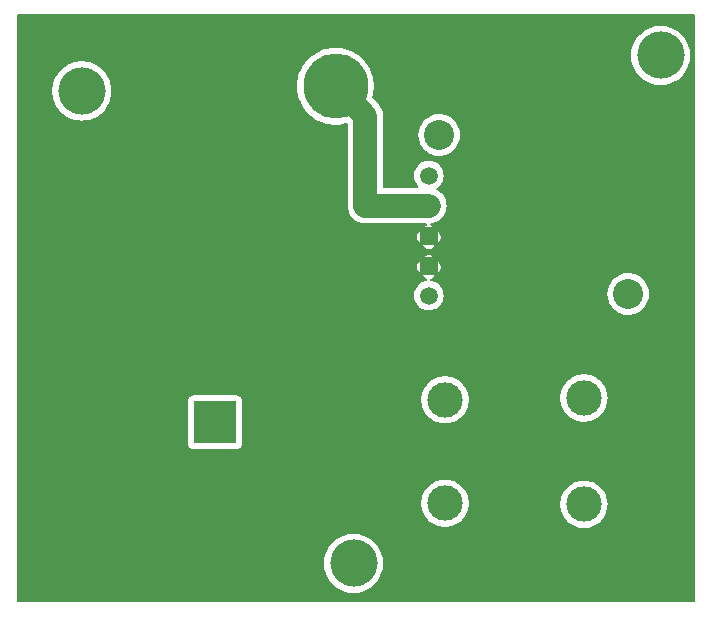
<source format=gbl>
G04 Layer: BottomLayer*
G04 EasyEDA v6.5.5, 2022-06-01 21:54:51*
G04 8c1e14e235494d98a3ccc41632180272,c96cdaf6a0e44fa3bb1e134f2b5c86cb,10*
G04 Gerber Generator version 0.2*
G04 Scale: 100 percent, Rotated: No, Reflected: No *
G04 Dimensions in millimeters *
G04 leading zeros omitted , absolute positions ,4 integer and 5 decimal *
%FSLAX45Y45*%
%MOMM*%

%ADD12C,3.0000*%
%ADD13C,1.4986*%
%ADD14R,1.4986X1.4986*%
%ADD15C,2.5400*%
%ADD16C,5.4991*%
%ADD18C,3.5560*%
%ADD19C,4.0000*%
%ADD20C,2.0000*%

%LPD*%
G36*
X60706Y-5029504D02*
G01*
X56794Y-5028692D01*
X53492Y-5026507D01*
X51308Y-5023205D01*
X50546Y-5019344D01*
X50546Y-60706D01*
X51308Y-56794D01*
X53492Y-53492D01*
X56794Y-51308D01*
X60706Y-50546D01*
X5781344Y-50546D01*
X5785205Y-51308D01*
X5788507Y-53492D01*
X5790692Y-56794D01*
X5791504Y-60706D01*
X5791504Y-5019344D01*
X5790692Y-5023205D01*
X5788507Y-5026507D01*
X5785205Y-5028692D01*
X5781344Y-5029504D01*
G37*

%LPC*%
G36*
X2900019Y-4950510D02*
G01*
X2921812Y-4949545D01*
X2943504Y-4946700D01*
X2964840Y-4941976D01*
X2985668Y-4935423D01*
X3005886Y-4927041D01*
X3025241Y-4916932D01*
X3043682Y-4905197D01*
X3061004Y-4891887D01*
X3077159Y-4877155D01*
X3091891Y-4861001D01*
X3105200Y-4843678D01*
X3116935Y-4825238D01*
X3127044Y-4805883D01*
X3135426Y-4785664D01*
X3141980Y-4764836D01*
X3146704Y-4743500D01*
X3149549Y-4721809D01*
X3150514Y-4700016D01*
X3149549Y-4678172D01*
X3146704Y-4656480D01*
X3141980Y-4635144D01*
X3135426Y-4614316D01*
X3127044Y-4594148D01*
X3116935Y-4574743D01*
X3105200Y-4556302D01*
X3091891Y-4538980D01*
X3077159Y-4522876D01*
X3061004Y-4508093D01*
X3043682Y-4494784D01*
X3025241Y-4483049D01*
X3005886Y-4472940D01*
X2985668Y-4464608D01*
X2964840Y-4458004D01*
X2943504Y-4453280D01*
X2921812Y-4450435D01*
X2900019Y-4449470D01*
X2878175Y-4450435D01*
X2856484Y-4453280D01*
X2835148Y-4458004D01*
X2814320Y-4464608D01*
X2794152Y-4472940D01*
X2774746Y-4483049D01*
X2756306Y-4494784D01*
X2738983Y-4508093D01*
X2722880Y-4522876D01*
X2708097Y-4538980D01*
X2694787Y-4556302D01*
X2683052Y-4574743D01*
X2672943Y-4594148D01*
X2664612Y-4614316D01*
X2658008Y-4635144D01*
X2653284Y-4656480D01*
X2650439Y-4678172D01*
X2649474Y-4700016D01*
X2650439Y-4721809D01*
X2653284Y-4743500D01*
X2658008Y-4764836D01*
X2664612Y-4785664D01*
X2672943Y-4805883D01*
X2683052Y-4825238D01*
X2694787Y-4843678D01*
X2708097Y-4861001D01*
X2722880Y-4877155D01*
X2738983Y-4891887D01*
X2756306Y-4905197D01*
X2774746Y-4916932D01*
X2794152Y-4927041D01*
X2814320Y-4935423D01*
X2835148Y-4941976D01*
X2856484Y-4946700D01*
X2878175Y-4949545D01*
G37*
G36*
X4850079Y-4400499D02*
G01*
X4869738Y-4399534D01*
X4889195Y-4396638D01*
X4908296Y-4391863D01*
X4926787Y-4385208D01*
X4944567Y-4376826D01*
X4961483Y-4366717D01*
X4977282Y-4354982D01*
X4991862Y-4341774D01*
X5005070Y-4327194D01*
X5016804Y-4311396D01*
X5026914Y-4294530D01*
X5035296Y-4276699D01*
X5041950Y-4258208D01*
X5046726Y-4239107D01*
X5049621Y-4219651D01*
X5050586Y-4199991D01*
X5049621Y-4180332D01*
X5046726Y-4160875D01*
X5041950Y-4141774D01*
X5035296Y-4123232D01*
X5026914Y-4105452D01*
X5016804Y-4088587D01*
X5005070Y-4072788D01*
X4991862Y-4058208D01*
X4977282Y-4045000D01*
X4961483Y-4033265D01*
X4944567Y-4023156D01*
X4926787Y-4014724D01*
X4908296Y-4008120D01*
X4889195Y-4003344D01*
X4869738Y-4000449D01*
X4850079Y-3999484D01*
X4830419Y-4000449D01*
X4810963Y-4003344D01*
X4791862Y-4008120D01*
X4773320Y-4014724D01*
X4755540Y-4023156D01*
X4738674Y-4033265D01*
X4722876Y-4045000D01*
X4708296Y-4058208D01*
X4695088Y-4072788D01*
X4683353Y-4088587D01*
X4673244Y-4105452D01*
X4664811Y-4123232D01*
X4658207Y-4141774D01*
X4653432Y-4160875D01*
X4650536Y-4180332D01*
X4649571Y-4199991D01*
X4650536Y-4219651D01*
X4653432Y-4239107D01*
X4658207Y-4258208D01*
X4664811Y-4276699D01*
X4673244Y-4294530D01*
X4683353Y-4311396D01*
X4695088Y-4327194D01*
X4708296Y-4341774D01*
X4722876Y-4354982D01*
X4738674Y-4366717D01*
X4755540Y-4376826D01*
X4773320Y-4385208D01*
X4791862Y-4391863D01*
X4810963Y-4396638D01*
X4830419Y-4399534D01*
G37*
G36*
X3674364Y-4391507D02*
G01*
X3694023Y-4390542D01*
X3713479Y-4387646D01*
X3732580Y-4382871D01*
X3751122Y-4376216D01*
X3768902Y-4367834D01*
X3785768Y-4357725D01*
X3801567Y-4345990D01*
X3816146Y-4332782D01*
X3829354Y-4318203D01*
X3841089Y-4302404D01*
X3851198Y-4285488D01*
X3859631Y-4267708D01*
X3866235Y-4249216D01*
X3871010Y-4230116D01*
X3873906Y-4210659D01*
X3874871Y-4191000D01*
X3873906Y-4171340D01*
X3871010Y-4151884D01*
X3866235Y-4132783D01*
X3859631Y-4114241D01*
X3851198Y-4096461D01*
X3841089Y-4079595D01*
X3829354Y-4063796D01*
X3816146Y-4049217D01*
X3801567Y-4036009D01*
X3785768Y-4024274D01*
X3768902Y-4014165D01*
X3751122Y-4005732D01*
X3732580Y-3999128D01*
X3713479Y-3994353D01*
X3694023Y-3991457D01*
X3674364Y-3990492D01*
X3654704Y-3991457D01*
X3635248Y-3994353D01*
X3616147Y-3999128D01*
X3597656Y-4005732D01*
X3579825Y-4014165D01*
X3562959Y-4024274D01*
X3547160Y-4036009D01*
X3532581Y-4049217D01*
X3519373Y-4063796D01*
X3507638Y-4079595D01*
X3497529Y-4096461D01*
X3489096Y-4114241D01*
X3482492Y-4132783D01*
X3477717Y-4151884D01*
X3474821Y-4171340D01*
X3473856Y-4191000D01*
X3474821Y-4210659D01*
X3477717Y-4230116D01*
X3482492Y-4249216D01*
X3489096Y-4267708D01*
X3497529Y-4285488D01*
X3507638Y-4302404D01*
X3519373Y-4318203D01*
X3532581Y-4332782D01*
X3547160Y-4345990D01*
X3562959Y-4357725D01*
X3579825Y-4367834D01*
X3597656Y-4376216D01*
X3616147Y-4382871D01*
X3635248Y-4387646D01*
X3654704Y-4390542D01*
G37*
G36*
X1549857Y-3733546D02*
G01*
X1904542Y-3733546D01*
X1913788Y-3732733D01*
X1922272Y-3730447D01*
X1930247Y-3726738D01*
X1937461Y-3721658D01*
X1943658Y-3715461D01*
X1948738Y-3708247D01*
X1952447Y-3700272D01*
X1954733Y-3691788D01*
X1955495Y-3682542D01*
X1955495Y-3327857D01*
X1954733Y-3318611D01*
X1952447Y-3310128D01*
X1948738Y-3302152D01*
X1943658Y-3294938D01*
X1937461Y-3288741D01*
X1930247Y-3283661D01*
X1922272Y-3279952D01*
X1913788Y-3277666D01*
X1904542Y-3276904D01*
X1549857Y-3276904D01*
X1540611Y-3277666D01*
X1532128Y-3279952D01*
X1524152Y-3283661D01*
X1516938Y-3288741D01*
X1510741Y-3294938D01*
X1505661Y-3302152D01*
X1501952Y-3310128D01*
X1499666Y-3318611D01*
X1498904Y-3327857D01*
X1498904Y-3682542D01*
X1499666Y-3691788D01*
X1501952Y-3700272D01*
X1505661Y-3708247D01*
X1510741Y-3715461D01*
X1516938Y-3721658D01*
X1524152Y-3726738D01*
X1532128Y-3730447D01*
X1540611Y-3732733D01*
G37*
G36*
X3674364Y-3515207D02*
G01*
X3694023Y-3514242D01*
X3713479Y-3511346D01*
X3732580Y-3506571D01*
X3751122Y-3499916D01*
X3768902Y-3491534D01*
X3785768Y-3481425D01*
X3801567Y-3469690D01*
X3816146Y-3456482D01*
X3829354Y-3441903D01*
X3841089Y-3426104D01*
X3851198Y-3409187D01*
X3859631Y-3391408D01*
X3866235Y-3372916D01*
X3871010Y-3353815D01*
X3873906Y-3334359D01*
X3874871Y-3314700D01*
X3873906Y-3295040D01*
X3871010Y-3275584D01*
X3866235Y-3256483D01*
X3859631Y-3237941D01*
X3851198Y-3220161D01*
X3841089Y-3203295D01*
X3829354Y-3187496D01*
X3816146Y-3172917D01*
X3801567Y-3159709D01*
X3785768Y-3147974D01*
X3768902Y-3137865D01*
X3751122Y-3129432D01*
X3732580Y-3122828D01*
X3713479Y-3118053D01*
X3694023Y-3115157D01*
X3674364Y-3114192D01*
X3654704Y-3115157D01*
X3635248Y-3118053D01*
X3616147Y-3122828D01*
X3597656Y-3129432D01*
X3579825Y-3137865D01*
X3562959Y-3147974D01*
X3547160Y-3159709D01*
X3532581Y-3172917D01*
X3519373Y-3187496D01*
X3507638Y-3203295D01*
X3497529Y-3220161D01*
X3489096Y-3237941D01*
X3482492Y-3256483D01*
X3477717Y-3275584D01*
X3474821Y-3295040D01*
X3473856Y-3314700D01*
X3474821Y-3334359D01*
X3477717Y-3353815D01*
X3482492Y-3372916D01*
X3489096Y-3391408D01*
X3497529Y-3409187D01*
X3507638Y-3426104D01*
X3519373Y-3441903D01*
X3532581Y-3456482D01*
X3547160Y-3469690D01*
X3562959Y-3481425D01*
X3579825Y-3491534D01*
X3597656Y-3499916D01*
X3616147Y-3506571D01*
X3635248Y-3511346D01*
X3654704Y-3514242D01*
G37*
G36*
X4850079Y-3500475D02*
G01*
X4869738Y-3499510D01*
X4889195Y-3496665D01*
X4908296Y-3491839D01*
X4926787Y-3485235D01*
X4944567Y-3476802D01*
X4961483Y-3466693D01*
X4977282Y-3454958D01*
X4991862Y-3441750D01*
X5005070Y-3427171D01*
X5016804Y-3411372D01*
X5026914Y-3394506D01*
X5035296Y-3376726D01*
X5041950Y-3358184D01*
X5046726Y-3339084D01*
X5049621Y-3319627D01*
X5050586Y-3299968D01*
X5049621Y-3280359D01*
X5046726Y-3260852D01*
X5041950Y-3241802D01*
X5035296Y-3223260D01*
X5026914Y-3205480D01*
X5016804Y-3188614D01*
X5005070Y-3172764D01*
X4991862Y-3158185D01*
X4977282Y-3144977D01*
X4961483Y-3133293D01*
X4944567Y-3123133D01*
X4926787Y-3114751D01*
X4908296Y-3108096D01*
X4889195Y-3103321D01*
X4869738Y-3100425D01*
X4850079Y-3099460D01*
X4830419Y-3100425D01*
X4810963Y-3103321D01*
X4791862Y-3108096D01*
X4773320Y-3114751D01*
X4755540Y-3123133D01*
X4738674Y-3133293D01*
X4722876Y-3144977D01*
X4708296Y-3158185D01*
X4695088Y-3172764D01*
X4683353Y-3188614D01*
X4673244Y-3205480D01*
X4664811Y-3223260D01*
X4658207Y-3241802D01*
X4653432Y-3260852D01*
X4650536Y-3280359D01*
X4649571Y-3299968D01*
X4650536Y-3319627D01*
X4653432Y-3339084D01*
X4658207Y-3358184D01*
X4664811Y-3376726D01*
X4673244Y-3394506D01*
X4683353Y-3411372D01*
X4695088Y-3427171D01*
X4708296Y-3441750D01*
X4722876Y-3454958D01*
X4738674Y-3466693D01*
X4755540Y-3476802D01*
X4773320Y-3485235D01*
X4791862Y-3491839D01*
X4810963Y-3496665D01*
X4830419Y-3499510D01*
G37*
G36*
X5230622Y-2596794D02*
G01*
X5248859Y-2595372D01*
X5266842Y-2592120D01*
X5284368Y-2586990D01*
X5301284Y-2580132D01*
X5317439Y-2571546D01*
X5332577Y-2561336D01*
X5346649Y-2549601D01*
X5359400Y-2536545D01*
X5370728Y-2522220D01*
X5380532Y-2506776D01*
X5388711Y-2490419D01*
X5395163Y-2473350D01*
X5399786Y-2455672D01*
X5402630Y-2437587D01*
X5403545Y-2419350D01*
X5402630Y-2401112D01*
X5399786Y-2383028D01*
X5395163Y-2365349D01*
X5388711Y-2348280D01*
X5380532Y-2331923D01*
X5370728Y-2316480D01*
X5359400Y-2302154D01*
X5346649Y-2289098D01*
X5332577Y-2277364D01*
X5317439Y-2267153D01*
X5301284Y-2258568D01*
X5284368Y-2251710D01*
X5266842Y-2246579D01*
X5248859Y-2243328D01*
X5230622Y-2241905D01*
X5212334Y-2242362D01*
X5194249Y-2244699D01*
X5176418Y-2248916D01*
X5159197Y-2254910D01*
X5142636Y-2262682D01*
X5126939Y-2272080D01*
X5112359Y-2283053D01*
X5098948Y-2295448D01*
X5086858Y-2309164D01*
X5076291Y-2324100D01*
X5067249Y-2340000D01*
X5059934Y-2356713D01*
X5054396Y-2374138D01*
X5050637Y-2392019D01*
X5048758Y-2410206D01*
X5048758Y-2428494D01*
X5050637Y-2446680D01*
X5054396Y-2464562D01*
X5059934Y-2481986D01*
X5067249Y-2498699D01*
X5076291Y-2514600D01*
X5086858Y-2529535D01*
X5098948Y-2543251D01*
X5112359Y-2555646D01*
X5126939Y-2566619D01*
X5142636Y-2576017D01*
X5159197Y-2583789D01*
X5176418Y-2589784D01*
X5194249Y-2594000D01*
X5212334Y-2596337D01*
G37*
G36*
X3536950Y-2557475D02*
G01*
X3552088Y-2556560D01*
X3566972Y-2553817D01*
X3581450Y-2549347D01*
X3595217Y-2543098D01*
X3608222Y-2535275D01*
X3620109Y-2525928D01*
X3630828Y-2515209D01*
X3640175Y-2503322D01*
X3647998Y-2490317D01*
X3654247Y-2476550D01*
X3658717Y-2462072D01*
X3661460Y-2447188D01*
X3662375Y-2432050D01*
X3661460Y-2416911D01*
X3658717Y-2402027D01*
X3654247Y-2387549D01*
X3647998Y-2373782D01*
X3640175Y-2360777D01*
X3630828Y-2348890D01*
X3620109Y-2338171D01*
X3608222Y-2328824D01*
X3595217Y-2321001D01*
X3581450Y-2314752D01*
X3566972Y-2310282D01*
X3555136Y-2308098D01*
X3551174Y-2306472D01*
X3548227Y-2303322D01*
X3546856Y-2299258D01*
X3547262Y-2295042D01*
X3549396Y-2291283D01*
X3552850Y-2288794D01*
X3560572Y-2285390D01*
X3562858Y-2284069D01*
X3568090Y-2280412D01*
X3570122Y-2278634D01*
X3574592Y-2274062D01*
X3576269Y-2271979D01*
X3580282Y-2265781D01*
X3583584Y-2258872D01*
X3586378Y-2248509D01*
X3587750Y-2244852D01*
X3590391Y-2242007D01*
X3593947Y-2240330D01*
X3603498Y-2237943D01*
X3613505Y-2233168D01*
X3618128Y-2230069D01*
X3620262Y-2228392D01*
X3624834Y-2223922D01*
X3626612Y-2221890D01*
X3630269Y-2216658D01*
X3631641Y-2214321D01*
X3634333Y-2208530D01*
X3635197Y-2205939D01*
X3636772Y-2199792D01*
X3637178Y-2197150D01*
X3637584Y-2189632D01*
X3637178Y-2183384D01*
X3636772Y-2180691D01*
X3635197Y-2174544D01*
X3634333Y-2171954D01*
X3631641Y-2166162D01*
X3630269Y-2163826D01*
X3626612Y-2158593D01*
X3624834Y-2156561D01*
X3620262Y-2152091D01*
X3618179Y-2150414D01*
X3611981Y-2146401D01*
X3605072Y-2143099D01*
X3594709Y-2140305D01*
X3591051Y-2138934D01*
X3588207Y-2136292D01*
X3586530Y-2132736D01*
X3584143Y-2123186D01*
X3579368Y-2113178D01*
X3576269Y-2108555D01*
X3574592Y-2106422D01*
X3570122Y-2101850D01*
X3568090Y-2100072D01*
X3562858Y-2096414D01*
X3560521Y-2095042D01*
X3554729Y-2092350D01*
X3552139Y-2091486D01*
X3545992Y-2089912D01*
X3543350Y-2089505D01*
X3535832Y-2089099D01*
X3529584Y-2089505D01*
X3526891Y-2089912D01*
X3520744Y-2091486D01*
X3518154Y-2092350D01*
X3512362Y-2095042D01*
X3510026Y-2096414D01*
X3504793Y-2100072D01*
X3502761Y-2101850D01*
X3498291Y-2106422D01*
X3496614Y-2108504D01*
X3492601Y-2114702D01*
X3489299Y-2121611D01*
X3486505Y-2131974D01*
X3485134Y-2135632D01*
X3482492Y-2138476D01*
X3478936Y-2140153D01*
X3469386Y-2142540D01*
X3459378Y-2147316D01*
X3454755Y-2150414D01*
X3452622Y-2152091D01*
X3448050Y-2156561D01*
X3446272Y-2158593D01*
X3442614Y-2163826D01*
X3441242Y-2166162D01*
X3438550Y-2171954D01*
X3437686Y-2174544D01*
X3436112Y-2180691D01*
X3435705Y-2183333D01*
X3435299Y-2190851D01*
X3435705Y-2197100D01*
X3436112Y-2199792D01*
X3437686Y-2205939D01*
X3438550Y-2208530D01*
X3441242Y-2214321D01*
X3442614Y-2216658D01*
X3446272Y-2221890D01*
X3448050Y-2223922D01*
X3452622Y-2228392D01*
X3454704Y-2230069D01*
X3460902Y-2234082D01*
X3467811Y-2237384D01*
X3478174Y-2240178D01*
X3481832Y-2241550D01*
X3484676Y-2244191D01*
X3486353Y-2247747D01*
X3488740Y-2257298D01*
X3493515Y-2267305D01*
X3496614Y-2271928D01*
X3498291Y-2274062D01*
X3502761Y-2278634D01*
X3504793Y-2280412D01*
X3510026Y-2284069D01*
X3512362Y-2285441D01*
X3519678Y-2288641D01*
X3523386Y-2290978D01*
X3525774Y-2294636D01*
X3526383Y-2299004D01*
X3525113Y-2303221D01*
X3522167Y-2306523D01*
X3518103Y-2308199D01*
X3506927Y-2310282D01*
X3492449Y-2314752D01*
X3478682Y-2321001D01*
X3465677Y-2328824D01*
X3453790Y-2338171D01*
X3443071Y-2348890D01*
X3433724Y-2360777D01*
X3425901Y-2373782D01*
X3419652Y-2387549D01*
X3415182Y-2402027D01*
X3412439Y-2416911D01*
X3411524Y-2432050D01*
X3412439Y-2447188D01*
X3415182Y-2462072D01*
X3419652Y-2476550D01*
X3425901Y-2490317D01*
X3433724Y-2503322D01*
X3443071Y-2515209D01*
X3453790Y-2525928D01*
X3465677Y-2535275D01*
X3478682Y-2543098D01*
X3492449Y-2549347D01*
X3506927Y-2553817D01*
X3521811Y-2556560D01*
G37*
G36*
X3537051Y-2037384D02*
G01*
X3543300Y-2036978D01*
X3545992Y-2036572D01*
X3552139Y-2034997D01*
X3554729Y-2034133D01*
X3560521Y-2031441D01*
X3562858Y-2030069D01*
X3568090Y-2026412D01*
X3570122Y-2024634D01*
X3574592Y-2020062D01*
X3576269Y-2017979D01*
X3580282Y-2011781D01*
X3583584Y-2004872D01*
X3586378Y-1994509D01*
X3587750Y-1990852D01*
X3590391Y-1988007D01*
X3593947Y-1986330D01*
X3603498Y-1983943D01*
X3613505Y-1979168D01*
X3618128Y-1976069D01*
X3620262Y-1974392D01*
X3624834Y-1969922D01*
X3626612Y-1967890D01*
X3630269Y-1962657D01*
X3631641Y-1960321D01*
X3634333Y-1954530D01*
X3635197Y-1951939D01*
X3636772Y-1945792D01*
X3637178Y-1943150D01*
X3637584Y-1935632D01*
X3637178Y-1929384D01*
X3636772Y-1926691D01*
X3635197Y-1920544D01*
X3634333Y-1917954D01*
X3631641Y-1912162D01*
X3630269Y-1909825D01*
X3626612Y-1904593D01*
X3624834Y-1902561D01*
X3620262Y-1898091D01*
X3618179Y-1896414D01*
X3611981Y-1892401D01*
X3605072Y-1889099D01*
X3594709Y-1886305D01*
X3591051Y-1884934D01*
X3588207Y-1882292D01*
X3586530Y-1878736D01*
X3584143Y-1869186D01*
X3579368Y-1859178D01*
X3576269Y-1854555D01*
X3574592Y-1852422D01*
X3570122Y-1847850D01*
X3568090Y-1846072D01*
X3562858Y-1842414D01*
X3560521Y-1841042D01*
X3554577Y-1838299D01*
X3551123Y-1835708D01*
X3549091Y-1832000D01*
X3548735Y-1827733D01*
X3550158Y-1823720D01*
X3553155Y-1820621D01*
X3557117Y-1819046D01*
X3570427Y-1816760D01*
X3586683Y-1812086D01*
X3602228Y-1805635D01*
X3617010Y-1797507D01*
X3630777Y-1787702D01*
X3643376Y-1776475D01*
X3654602Y-1763877D01*
X3664407Y-1750110D01*
X3672535Y-1735328D01*
X3678986Y-1719783D01*
X3683660Y-1703527D01*
X3686505Y-1686915D01*
X3687470Y-1670050D01*
X3686505Y-1653184D01*
X3683660Y-1636572D01*
X3678986Y-1620316D01*
X3672535Y-1604772D01*
X3664407Y-1589989D01*
X3654602Y-1576222D01*
X3643376Y-1563624D01*
X3630777Y-1552397D01*
X3617010Y-1542592D01*
X3607612Y-1537411D01*
X3604412Y-1534668D01*
X3602634Y-1530807D01*
X3602583Y-1526590D01*
X3604209Y-1522730D01*
X3608222Y-1519275D01*
X3620109Y-1509928D01*
X3630828Y-1499209D01*
X3640175Y-1487322D01*
X3647998Y-1474317D01*
X3654247Y-1460550D01*
X3658717Y-1446072D01*
X3661460Y-1431188D01*
X3662375Y-1416050D01*
X3661460Y-1400911D01*
X3658717Y-1386027D01*
X3654247Y-1371549D01*
X3647998Y-1357782D01*
X3640175Y-1344777D01*
X3630828Y-1332890D01*
X3620109Y-1322171D01*
X3608222Y-1312824D01*
X3595217Y-1305001D01*
X3581450Y-1298752D01*
X3566972Y-1294282D01*
X3552088Y-1291539D01*
X3536950Y-1290624D01*
X3521811Y-1291539D01*
X3506927Y-1294282D01*
X3492449Y-1298752D01*
X3478682Y-1305001D01*
X3465677Y-1312824D01*
X3453790Y-1322171D01*
X3443071Y-1332890D01*
X3433724Y-1344777D01*
X3425901Y-1357782D01*
X3419652Y-1371549D01*
X3415182Y-1386027D01*
X3412439Y-1400911D01*
X3411524Y-1416050D01*
X3412439Y-1431188D01*
X3415182Y-1446072D01*
X3419652Y-1460550D01*
X3425901Y-1474317D01*
X3433724Y-1487322D01*
X3443071Y-1499209D01*
X3446018Y-1502206D01*
X3448202Y-1505458D01*
X3449015Y-1509369D01*
X3448202Y-1513281D01*
X3446018Y-1516532D01*
X3442715Y-1518767D01*
X3438855Y-1519529D01*
X3160674Y-1519529D01*
X3156813Y-1518767D01*
X3153511Y-1516532D01*
X3151276Y-1513281D01*
X3150514Y-1509369D01*
X3150514Y-913079D01*
X3149549Y-895959D01*
X3146755Y-879297D01*
X3142081Y-863092D01*
X3135579Y-847496D01*
X3127451Y-832713D01*
X3117646Y-818946D01*
X3106216Y-806145D01*
X3062224Y-762152D01*
X3060192Y-759256D01*
X3059277Y-755802D01*
X3059633Y-752246D01*
X3064306Y-735482D01*
X3069132Y-710692D01*
X3072079Y-685596D01*
X3073044Y-660400D01*
X3072079Y-635203D01*
X3069132Y-610108D01*
X3064306Y-585317D01*
X3057499Y-561035D01*
X3048863Y-537311D01*
X3038449Y-514350D01*
X3026257Y-492251D01*
X3012389Y-471119D01*
X2996895Y-451205D01*
X2979978Y-432511D01*
X2961589Y-415188D01*
X2941929Y-399338D01*
X2921152Y-385064D01*
X2899257Y-372414D01*
X2876499Y-361543D01*
X2852978Y-352450D01*
X2828798Y-345236D01*
X2804109Y-339852D01*
X2779115Y-336448D01*
X2753918Y-334975D01*
X2728671Y-335483D01*
X2703525Y-337921D01*
X2678684Y-342290D01*
X2654249Y-348589D01*
X2630373Y-356768D01*
X2607208Y-366776D01*
X2584856Y-378561D01*
X2563520Y-391972D01*
X2543251Y-407060D01*
X2524252Y-423672D01*
X2506573Y-441706D01*
X2490368Y-461009D01*
X2475687Y-481533D01*
X2462631Y-503174D01*
X2451303Y-525729D01*
X2441752Y-549097D01*
X2434031Y-573125D01*
X2428240Y-597662D01*
X2424328Y-622604D01*
X2422347Y-647801D01*
X2422347Y-672998D01*
X2424328Y-698195D01*
X2428240Y-723138D01*
X2434031Y-747674D01*
X2441752Y-771702D01*
X2451303Y-795070D01*
X2462631Y-817625D01*
X2475687Y-839266D01*
X2490368Y-859790D01*
X2506573Y-879094D01*
X2524252Y-897128D01*
X2543251Y-913739D01*
X2563520Y-928827D01*
X2584856Y-942238D01*
X2607208Y-954024D01*
X2630373Y-964031D01*
X2654249Y-972210D01*
X2678684Y-978509D01*
X2703525Y-982878D01*
X2728671Y-985316D01*
X2753918Y-985824D01*
X2779115Y-984351D01*
X2804109Y-980948D01*
X2828798Y-975563D01*
X2836418Y-973277D01*
X2840126Y-972921D01*
X2843784Y-973886D01*
X2846781Y-976121D01*
X2848762Y-979322D01*
X2849473Y-983030D01*
X2849473Y-1669745D01*
X2850438Y-1686915D01*
X2853283Y-1703527D01*
X2857957Y-1719783D01*
X2864408Y-1735328D01*
X2872587Y-1750110D01*
X2882341Y-1763877D01*
X2893568Y-1776475D01*
X2906166Y-1787702D01*
X2919933Y-1797507D01*
X2934716Y-1805635D01*
X2950311Y-1812086D01*
X2966516Y-1816760D01*
X2983128Y-1819605D01*
X3000298Y-1820570D01*
X3510483Y-1820570D01*
X3514801Y-1821535D01*
X3518357Y-1824329D01*
X3520338Y-1828292D01*
X3520389Y-1832762D01*
X3518560Y-1836826D01*
X3515156Y-1839722D01*
X3509822Y-1842516D01*
X3504793Y-1846072D01*
X3502761Y-1847850D01*
X3498291Y-1852422D01*
X3496614Y-1854504D01*
X3492601Y-1860702D01*
X3489299Y-1867611D01*
X3486505Y-1877974D01*
X3485134Y-1881632D01*
X3482492Y-1884476D01*
X3478936Y-1886153D01*
X3469386Y-1888540D01*
X3459378Y-1893316D01*
X3454755Y-1896414D01*
X3452622Y-1898091D01*
X3448050Y-1902561D01*
X3446272Y-1904593D01*
X3442614Y-1909825D01*
X3441242Y-1912162D01*
X3438550Y-1917954D01*
X3437686Y-1920544D01*
X3436112Y-1926691D01*
X3435705Y-1929333D01*
X3435299Y-1936851D01*
X3435705Y-1943100D01*
X3436112Y-1945792D01*
X3437686Y-1951939D01*
X3438550Y-1954530D01*
X3441242Y-1960321D01*
X3442614Y-1962657D01*
X3446272Y-1967890D01*
X3448050Y-1969922D01*
X3452622Y-1974392D01*
X3454704Y-1976069D01*
X3460902Y-1980082D01*
X3467811Y-1983384D01*
X3478174Y-1986178D01*
X3481832Y-1987550D01*
X3484676Y-1990191D01*
X3486353Y-1993747D01*
X3488740Y-2003298D01*
X3493515Y-2013305D01*
X3496614Y-2017928D01*
X3498291Y-2020062D01*
X3502761Y-2024634D01*
X3504793Y-2026412D01*
X3510026Y-2030069D01*
X3512362Y-2031441D01*
X3518154Y-2034133D01*
X3520744Y-2034997D01*
X3526891Y-2036572D01*
X3529533Y-2036978D01*
G37*
G36*
X3630422Y-1250594D02*
G01*
X3648659Y-1249172D01*
X3666642Y-1245920D01*
X3684168Y-1240790D01*
X3701084Y-1233932D01*
X3717239Y-1225346D01*
X3732377Y-1215136D01*
X3746449Y-1203401D01*
X3759200Y-1190345D01*
X3770528Y-1176020D01*
X3780332Y-1160576D01*
X3788511Y-1144219D01*
X3794963Y-1127150D01*
X3799586Y-1109472D01*
X3802430Y-1091387D01*
X3803345Y-1073150D01*
X3802430Y-1054912D01*
X3799586Y-1036828D01*
X3794963Y-1019149D01*
X3788511Y-1002080D01*
X3780332Y-985723D01*
X3770528Y-970280D01*
X3759200Y-955954D01*
X3746449Y-942898D01*
X3732377Y-931164D01*
X3717239Y-920953D01*
X3701084Y-912368D01*
X3684168Y-905510D01*
X3666642Y-900379D01*
X3648659Y-897128D01*
X3630422Y-895705D01*
X3612134Y-896162D01*
X3594049Y-898499D01*
X3576218Y-902716D01*
X3558997Y-908710D01*
X3542436Y-916482D01*
X3526739Y-925880D01*
X3512159Y-936853D01*
X3498748Y-949248D01*
X3486658Y-962964D01*
X3476091Y-977900D01*
X3467049Y-993800D01*
X3459734Y-1010513D01*
X3454196Y-1027937D01*
X3450437Y-1045819D01*
X3448558Y-1064006D01*
X3448558Y-1082294D01*
X3450437Y-1100480D01*
X3454196Y-1118362D01*
X3459734Y-1135786D01*
X3467049Y-1152499D01*
X3476091Y-1168400D01*
X3486658Y-1183335D01*
X3498748Y-1197051D01*
X3512159Y-1209446D01*
X3526739Y-1220419D01*
X3542436Y-1229817D01*
X3558997Y-1237589D01*
X3576218Y-1243584D01*
X3594049Y-1247800D01*
X3612134Y-1250137D01*
G37*
G36*
X599998Y-950518D02*
G01*
X621842Y-949553D01*
X643483Y-946708D01*
X664819Y-941984D01*
X685698Y-935380D01*
X705866Y-927049D01*
X725271Y-916940D01*
X743661Y-905205D01*
X761034Y-891895D01*
X777138Y-877163D01*
X791921Y-861009D01*
X805180Y-843686D01*
X816965Y-825246D01*
X827024Y-805891D01*
X835406Y-785672D01*
X841959Y-764844D01*
X846683Y-743508D01*
X849579Y-721817D01*
X850493Y-700024D01*
X849579Y-678180D01*
X846683Y-656488D01*
X841959Y-635152D01*
X835406Y-614324D01*
X827024Y-594106D01*
X816965Y-574751D01*
X805180Y-556310D01*
X791921Y-538988D01*
X777138Y-522884D01*
X761034Y-508101D01*
X743661Y-494792D01*
X725271Y-483057D01*
X705866Y-472948D01*
X685698Y-464616D01*
X664819Y-458012D01*
X643483Y-453288D01*
X621842Y-450443D01*
X599998Y-449478D01*
X578154Y-450443D01*
X556514Y-453288D01*
X535178Y-458012D01*
X514299Y-464616D01*
X494131Y-472948D01*
X474726Y-483057D01*
X456336Y-494792D01*
X438962Y-508101D01*
X422859Y-522884D01*
X408076Y-538988D01*
X394817Y-556310D01*
X383032Y-574751D01*
X372973Y-594106D01*
X364591Y-614324D01*
X358038Y-635152D01*
X353314Y-656488D01*
X350418Y-678180D01*
X349504Y-700024D01*
X350418Y-721817D01*
X353314Y-743508D01*
X358038Y-764844D01*
X364591Y-785672D01*
X372973Y-805891D01*
X383032Y-825246D01*
X394817Y-843686D01*
X408076Y-861009D01*
X422859Y-877163D01*
X438962Y-891895D01*
X456336Y-905205D01*
X474726Y-916940D01*
X494131Y-927049D01*
X514299Y-935380D01*
X535178Y-941984D01*
X556514Y-946708D01*
X578154Y-949553D01*
G37*
G36*
X5500014Y-650494D02*
G01*
X5521807Y-649579D01*
X5543499Y-646684D01*
X5564835Y-641959D01*
X5585663Y-635406D01*
X5605881Y-627024D01*
X5625236Y-616966D01*
X5643676Y-605180D01*
X5660999Y-591921D01*
X5677154Y-577138D01*
X5691886Y-561035D01*
X5705195Y-543661D01*
X5716930Y-525272D01*
X5727039Y-505866D01*
X5735421Y-485698D01*
X5741974Y-464820D01*
X5746699Y-443484D01*
X5749544Y-421843D01*
X5750509Y-399999D01*
X5749544Y-378155D01*
X5746699Y-356514D01*
X5741974Y-335178D01*
X5735421Y-314299D01*
X5727039Y-294132D01*
X5716930Y-274726D01*
X5705195Y-256336D01*
X5691886Y-238963D01*
X5677154Y-222859D01*
X5660999Y-208076D01*
X5643676Y-194818D01*
X5625236Y-183032D01*
X5605881Y-172974D01*
X5585663Y-164592D01*
X5564835Y-158038D01*
X5543499Y-153314D01*
X5521807Y-150418D01*
X5500014Y-149504D01*
X5478170Y-150418D01*
X5456478Y-153314D01*
X5435142Y-158038D01*
X5414314Y-164592D01*
X5394147Y-172974D01*
X5374741Y-183032D01*
X5356301Y-194818D01*
X5338978Y-208076D01*
X5322874Y-222859D01*
X5308092Y-238963D01*
X5294782Y-256336D01*
X5283047Y-274726D01*
X5272938Y-294132D01*
X5264607Y-314299D01*
X5258003Y-335178D01*
X5253278Y-356514D01*
X5250434Y-378155D01*
X5249468Y-399999D01*
X5250434Y-421843D01*
X5253278Y-443484D01*
X5258003Y-464820D01*
X5264607Y-485698D01*
X5272938Y-505866D01*
X5283047Y-525272D01*
X5294782Y-543661D01*
X5308092Y-561035D01*
X5322874Y-577138D01*
X5338978Y-591921D01*
X5356301Y-605180D01*
X5374741Y-616966D01*
X5394147Y-627024D01*
X5414314Y-635406D01*
X5435142Y-641959D01*
X5456478Y-646684D01*
X5478170Y-649579D01*
G37*

%LPD*%
D20*
X3536950Y-1670050D02*
G01*
X2999999Y-1670050D01*
X2999999Y-912804D01*
X2747594Y-660400D01*
D12*
G01*
X3674363Y-3314700D03*
G01*
X4174363Y-3314700D03*
G01*
X3674363Y-4191000D03*
G01*
X4174363Y-4191000D03*
D13*
G01*
X3536950Y-2432050D03*
D14*
G01*
X3536950Y-2178050D03*
G01*
X3536950Y-1924050D03*
D13*
G01*
X3536950Y-1670050D03*
G01*
X3536950Y-1416050D03*
D15*
G01*
X5226050Y-2419350D03*
G01*
X3625850Y-1073150D03*
D16*
G01*
X2027605Y-660400D03*
G01*
X2747594Y-660400D03*
G36*
X1549400Y-3327400D02*
G01*
X1905000Y-3327400D01*
X1905000Y-3683000D01*
X1549400Y-3683000D01*
G37*
D18*
G01*
X1727200Y-2489200D03*
D12*
G01*
X4850079Y-3299993D03*
G01*
X5350078Y-3299993D03*
G01*
X4850053Y-4199991D03*
G01*
X5350052Y-4199991D03*
D19*
G01*
X599998Y-699998D03*
G01*
X2899994Y-4699990D03*
G01*
X5499988Y-399999D03*
M02*

</source>
